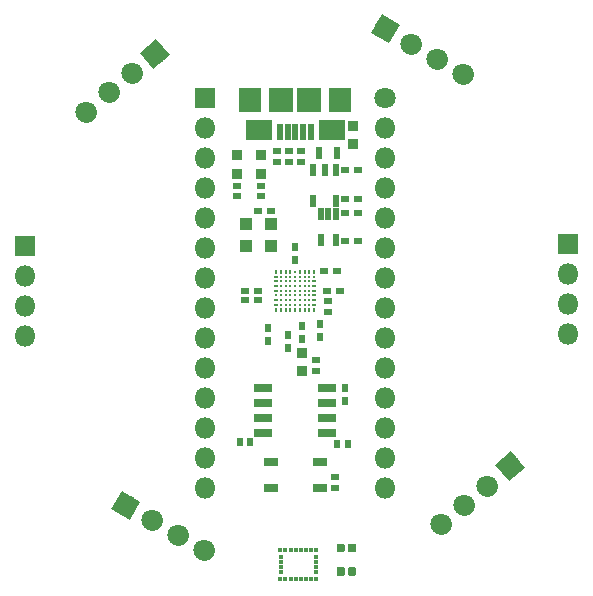
<source format=gbr>
G04 #@! TF.GenerationSoftware,KiCad,Pcbnew,5.1.0-060a0da~80~ubuntu18.04.1*
G04 #@! TF.CreationDate,2019-05-28T03:43:47+02:00*
G04 #@! TF.ProjectId,TinyFPGA-BX,54696e79-4650-4474-912d-42582e6b6963,rev?*
G04 #@! TF.SameCoordinates,Original*
G04 #@! TF.FileFunction,Soldermask,Top*
G04 #@! TF.FilePolarity,Negative*
%FSLAX46Y46*%
G04 Gerber Fmt 4.6, Leading zero omitted, Abs format (unit mm)*
G04 Created by KiCad (PCBNEW 5.1.0-060a0da~80~ubuntu18.04.1) date 2019-05-28 03:43:47*
%MOMM*%
%LPD*%
G04 APERTURE LIST*
%ADD10O,0.200000X0.435000*%
%ADD11O,0.200000X0.430000*%
%ADD12C,0.300000*%
%ADD13O,0.430000X0.200000*%
%ADD14O,0.435000X0.200000*%
%ADD15R,1.800000X1.800000*%
%ADD16O,1.800000X1.800000*%
%ADD17R,1.650000X0.700000*%
%ADD18R,0.700000X0.500000*%
%ADD19R,0.850000X0.900000*%
%ADD20R,0.600000X1.000000*%
%ADD21R,0.900000X0.900000*%
%ADD22R,0.500000X1.450000*%
%ADD23R,2.200000X1.700000*%
%ADD24R,1.900000X2.000000*%
%ADD25R,2.000000X2.000000*%
%ADD26R,1.000000X1.100000*%
%ADD27R,0.550000X1.050000*%
%ADD28R,0.500000X0.700000*%
%ADD29C,1.800000*%
%ADD30R,0.600000X0.700000*%
%ADD31R,0.700000X0.480000*%
%ADD32R,0.700000X0.600000*%
%ADD33R,1.150000X0.750000*%
%ADD34C,1.800000*%
%ADD35C,0.100000*%
%ADD36C,0.690000*%
%ADD37R,0.330000X0.450000*%
%ADD38R,0.450000X0.330000*%
G04 APERTURE END LIST*
D10*
X149530000Y-112514000D03*
D11*
X149930000Y-112514000D03*
D10*
X150330000Y-112514000D03*
X150730000Y-112514000D03*
D12*
X151130000Y-112514000D03*
D10*
X151530000Y-112514000D03*
X151930000Y-112514000D03*
X152330000Y-112514000D03*
X152730000Y-112514000D03*
D13*
X149530000Y-112914000D03*
D12*
X149930000Y-112914000D03*
X150330000Y-112914000D03*
X150730000Y-112914000D03*
X151130000Y-112914000D03*
X151530000Y-112914000D03*
X151930000Y-112914000D03*
X152330000Y-112914000D03*
X152730000Y-112914000D03*
D14*
X149530000Y-113314000D03*
D12*
X149930000Y-113314000D03*
X150330000Y-113314000D03*
X150730000Y-113314000D03*
X151130000Y-113314000D03*
X151530000Y-113314000D03*
X151930000Y-113314000D03*
X152330000Y-113314000D03*
D14*
X152730000Y-113314000D03*
X149530000Y-113714000D03*
D12*
X149930000Y-113714000D03*
X150330000Y-113714000D03*
X150730000Y-113714000D03*
X151130000Y-113714000D03*
X151530000Y-113714000D03*
X151930000Y-113714000D03*
X152330000Y-113714000D03*
D14*
X152730000Y-113714000D03*
X149530000Y-114114000D03*
D12*
X149930000Y-114114000D03*
X150330000Y-114114000D03*
X150730000Y-114114000D03*
X151130000Y-114114000D03*
X151530000Y-114114000D03*
X151930000Y-114114000D03*
X152330000Y-114114000D03*
D14*
X152730000Y-114114000D03*
D12*
X149530000Y-114514000D03*
X149930000Y-114514000D03*
X150330000Y-114514000D03*
X150730000Y-114514000D03*
X151130000Y-114514000D03*
X151530000Y-114514000D03*
X151930000Y-114514000D03*
X152330000Y-114514000D03*
D14*
X152730000Y-114514000D03*
X149530000Y-114914000D03*
D12*
X149930000Y-114914000D03*
X150330000Y-114914000D03*
X150730000Y-114914000D03*
X151130000Y-114914000D03*
X151530000Y-114914000D03*
X151930000Y-114914000D03*
X152330000Y-114914000D03*
D14*
X152730000Y-114914000D03*
D13*
X149530000Y-115314000D03*
D12*
X149930000Y-115314000D03*
X150330000Y-115314000D03*
X150730000Y-115314000D03*
X151130000Y-115314000D03*
X151530000Y-115314000D03*
X151930000Y-115314000D03*
X152330000Y-115314000D03*
D13*
X152730000Y-115314000D03*
D10*
X149530000Y-115714000D03*
D11*
X149930000Y-115714000D03*
D10*
X150330000Y-115714000D03*
X150730000Y-115714000D03*
X151130000Y-115714000D03*
X151530000Y-115714000D03*
X151930000Y-115714000D03*
D11*
X152330000Y-115714000D03*
D10*
X152730000Y-115714000D03*
D15*
X143516000Y-97799100D03*
D16*
X143516000Y-100339100D03*
X143516000Y-102879100D03*
X143516000Y-105419100D03*
X143516000Y-107959100D03*
X143516000Y-110499100D03*
X143516000Y-113039100D03*
X143516000Y-115579100D03*
X143516000Y-118119100D03*
X143516000Y-120659100D03*
X143516000Y-123199100D03*
X143516000Y-125739100D03*
X143516000Y-128279100D03*
X143516000Y-130819100D03*
D17*
X148436000Y-122353100D03*
X148436000Y-123623100D03*
X148436000Y-124893100D03*
X148436000Y-126163100D03*
X153836000Y-126163100D03*
X153836000Y-124893100D03*
X153836000Y-123623100D03*
X153836000Y-122353100D03*
D18*
X154536000Y-129923100D03*
X154536000Y-130823100D03*
D19*
X151736000Y-119373100D03*
X151736000Y-120873100D03*
X156036000Y-101673100D03*
X156036000Y-100173100D03*
D20*
X154636000Y-102423100D03*
X153136000Y-102423100D03*
D18*
X146183000Y-105223100D03*
X146183000Y-106123100D03*
X148215000Y-105223100D03*
X148215000Y-106123100D03*
D21*
X148215000Y-102587100D03*
X148215000Y-104187100D03*
X146183000Y-102587100D03*
X146183000Y-104187100D03*
D22*
X152436000Y-100648100D03*
X151786000Y-100648100D03*
X151136000Y-100648100D03*
X150486000Y-100648100D03*
X149836000Y-100648100D03*
D23*
X154236000Y-100523100D03*
X148036000Y-100523100D03*
D24*
X154936000Y-97973100D03*
X147336000Y-97973100D03*
D25*
X152336000Y-97973100D03*
X149936000Y-97973100D03*
D26*
X149086000Y-108423100D03*
X149086000Y-110323100D03*
X146986000Y-110323100D03*
X146986000Y-108423100D03*
D27*
X153636000Y-103873100D03*
X152686000Y-103873100D03*
X154586000Y-103873100D03*
X152686000Y-106473100D03*
X154586000Y-106473100D03*
D28*
X146450000Y-126954000D03*
X147350000Y-126954000D03*
D29*
X158756000Y-97799100D03*
D16*
X158756000Y-100339100D03*
X158756000Y-102879100D03*
X158756000Y-105419100D03*
X158756000Y-107959100D03*
X158756000Y-110499100D03*
X158756000Y-113039100D03*
X158756000Y-115579100D03*
X158756000Y-118119100D03*
X158756000Y-120659100D03*
X158756000Y-123199100D03*
X158756000Y-125739100D03*
X158756000Y-128279100D03*
X158756000Y-130819100D03*
D30*
X150555000Y-117864000D03*
X150555000Y-118964000D03*
D31*
X153930000Y-115914000D03*
X153930000Y-115014000D03*
D32*
X153830000Y-114164000D03*
X154930000Y-114164000D03*
D30*
X151130000Y-111514000D03*
X151130000Y-110414000D03*
D32*
X153555000Y-112439000D03*
X154655000Y-112439000D03*
X147986000Y-114923100D03*
X146886000Y-114923100D03*
X147986000Y-114123100D03*
X146886000Y-114123100D03*
X149069800Y-107349500D03*
X147969800Y-107349500D03*
D30*
X153255000Y-116964000D03*
X153255000Y-118064000D03*
X148836000Y-117273100D03*
X148836000Y-118373100D03*
X151736000Y-117123100D03*
X151736000Y-118223100D03*
D18*
X152936000Y-120873100D03*
X152936000Y-119973100D03*
D30*
X155336000Y-122373100D03*
X155336000Y-123473100D03*
D18*
X149636000Y-102273100D03*
X149636000Y-103173100D03*
X150636000Y-103173100D03*
X150636000Y-102273100D03*
X151636000Y-103173100D03*
X151636000Y-102273100D03*
D27*
X153936000Y-107623100D03*
X153286000Y-107623100D03*
X154586000Y-107623100D03*
X153286000Y-109823100D03*
X154586000Y-109823100D03*
D32*
X155386000Y-109923100D03*
X156486000Y-109923100D03*
X155386000Y-103923100D03*
X156486000Y-103923100D03*
X155386000Y-106323100D03*
X156486000Y-106323100D03*
X155386000Y-107523100D03*
X156486000Y-107523100D03*
D33*
X149061000Y-128648100D03*
X153211000Y-128648100D03*
X153211000Y-130798100D03*
X149061000Y-130798100D03*
D28*
X154690000Y-127064000D03*
X155590000Y-127064000D03*
D29*
X133402741Y-98952042D03*
D34*
X133402741Y-98952042D02*
X133402741Y-98952042D01*
D29*
X135348494Y-97319361D03*
D34*
X135348494Y-97319361D02*
X135348494Y-97319361D01*
D29*
X137294247Y-95686681D03*
D34*
X137294247Y-95686681D02*
X137294247Y-95686681D01*
D29*
X139240000Y-94054000D03*
D35*
G36*
X137972051Y-93943069D02*
G01*
X139350931Y-92786051D01*
X140507949Y-94164931D01*
X139129069Y-95321949D01*
X137972051Y-93943069D01*
X137972051Y-93943069D01*
G37*
D29*
X143400000Y-136104000D03*
D34*
X143400000Y-136104000D02*
X143400000Y-136104000D01*
D29*
X141200295Y-134834000D03*
D34*
X141200295Y-134834000D02*
X141200295Y-134834000D01*
D29*
X139000591Y-133564000D03*
D34*
X139000591Y-133564000D02*
X139000591Y-133564000D01*
D29*
X136800886Y-132294000D03*
D35*
G36*
X137130309Y-133523423D02*
G01*
X135571463Y-132623423D01*
X136471463Y-131064577D01*
X138030309Y-131964577D01*
X137130309Y-133523423D01*
X137130309Y-133523423D01*
G37*
D15*
X174270000Y-110164000D03*
D16*
X174270000Y-112704000D03*
X174270000Y-115244000D03*
X174270000Y-117784000D03*
X128240000Y-117904000D03*
X128240000Y-115364000D03*
X128240000Y-112824000D03*
D15*
X128240000Y-110284000D03*
D29*
X163492741Y-133872042D03*
D34*
X163492741Y-133872042D02*
X163492741Y-133872042D01*
D29*
X165438494Y-132239361D03*
D34*
X165438494Y-132239361D02*
X165438494Y-132239361D01*
D29*
X167384247Y-130606681D03*
D34*
X167384247Y-130606681D02*
X167384247Y-130606681D01*
D29*
X169330000Y-128974000D03*
D35*
G36*
X168062051Y-128863069D02*
G01*
X169440931Y-127706051D01*
X170597949Y-129084931D01*
X169219069Y-130241949D01*
X168062051Y-128863069D01*
X168062051Y-128863069D01*
G37*
D29*
X158780000Y-91924000D03*
D35*
G36*
X159109423Y-93153423D02*
G01*
X157550577Y-92253423D01*
X158450577Y-90694577D01*
X160009423Y-91594577D01*
X159109423Y-93153423D01*
X159109423Y-93153423D01*
G37*
D29*
X160979705Y-93194000D03*
D34*
X160979705Y-93194000D02*
X160979705Y-93194000D01*
D29*
X163179409Y-94464000D03*
D34*
X163179409Y-94464000D02*
X163179409Y-94464000D01*
D29*
X165379114Y-95734000D03*
D34*
X165379114Y-95734000D02*
X165379114Y-95734000D01*
D35*
G36*
X155169409Y-135519832D02*
G01*
X155186154Y-135522316D01*
X155202575Y-135526429D01*
X155218514Y-135532132D01*
X155233817Y-135539370D01*
X155248337Y-135548072D01*
X155261934Y-135558157D01*
X155274477Y-135569525D01*
X155285845Y-135582068D01*
X155295930Y-135595665D01*
X155304632Y-135610185D01*
X155311870Y-135625488D01*
X155317573Y-135641427D01*
X155321686Y-135657848D01*
X155324170Y-135674593D01*
X155325001Y-135691501D01*
X155325001Y-136086501D01*
X155324170Y-136103409D01*
X155321686Y-136120154D01*
X155317573Y-136136575D01*
X155311870Y-136152514D01*
X155304632Y-136167817D01*
X155295930Y-136182337D01*
X155285845Y-136195934D01*
X155274477Y-136208477D01*
X155261934Y-136219845D01*
X155248337Y-136229930D01*
X155233817Y-136238632D01*
X155218514Y-136245870D01*
X155202575Y-136251573D01*
X155186154Y-136255686D01*
X155169409Y-136258170D01*
X155152501Y-136259001D01*
X154807501Y-136259001D01*
X154790593Y-136258170D01*
X154773848Y-136255686D01*
X154757427Y-136251573D01*
X154741488Y-136245870D01*
X154726185Y-136238632D01*
X154711665Y-136229930D01*
X154698068Y-136219845D01*
X154685525Y-136208477D01*
X154674157Y-136195934D01*
X154664072Y-136182337D01*
X154655370Y-136167817D01*
X154648132Y-136152514D01*
X154642429Y-136136575D01*
X154638316Y-136120154D01*
X154635832Y-136103409D01*
X154635001Y-136086501D01*
X154635001Y-135691501D01*
X154635832Y-135674593D01*
X154638316Y-135657848D01*
X154642429Y-135641427D01*
X154648132Y-135625488D01*
X154655370Y-135610185D01*
X154664072Y-135595665D01*
X154674157Y-135582068D01*
X154685525Y-135569525D01*
X154698068Y-135558157D01*
X154711665Y-135548072D01*
X154726185Y-135539370D01*
X154741488Y-135532132D01*
X154757427Y-135526429D01*
X154773848Y-135522316D01*
X154790593Y-135519832D01*
X154807501Y-135519001D01*
X155152501Y-135519001D01*
X155169409Y-135519832D01*
X155169409Y-135519832D01*
G37*
D36*
X154980001Y-135889001D03*
D35*
G36*
X156139409Y-135519832D02*
G01*
X156156154Y-135522316D01*
X156172575Y-135526429D01*
X156188514Y-135532132D01*
X156203817Y-135539370D01*
X156218337Y-135548072D01*
X156231934Y-135558157D01*
X156244477Y-135569525D01*
X156255845Y-135582068D01*
X156265930Y-135595665D01*
X156274632Y-135610185D01*
X156281870Y-135625488D01*
X156287573Y-135641427D01*
X156291686Y-135657848D01*
X156294170Y-135674593D01*
X156295001Y-135691501D01*
X156295001Y-136086501D01*
X156294170Y-136103409D01*
X156291686Y-136120154D01*
X156287573Y-136136575D01*
X156281870Y-136152514D01*
X156274632Y-136167817D01*
X156265930Y-136182337D01*
X156255845Y-136195934D01*
X156244477Y-136208477D01*
X156231934Y-136219845D01*
X156218337Y-136229930D01*
X156203817Y-136238632D01*
X156188514Y-136245870D01*
X156172575Y-136251573D01*
X156156154Y-136255686D01*
X156139409Y-136258170D01*
X156122501Y-136259001D01*
X155777501Y-136259001D01*
X155760593Y-136258170D01*
X155743848Y-136255686D01*
X155727427Y-136251573D01*
X155711488Y-136245870D01*
X155696185Y-136238632D01*
X155681665Y-136229930D01*
X155668068Y-136219845D01*
X155655525Y-136208477D01*
X155644157Y-136195934D01*
X155634072Y-136182337D01*
X155625370Y-136167817D01*
X155618132Y-136152514D01*
X155612429Y-136136575D01*
X155608316Y-136120154D01*
X155605832Y-136103409D01*
X155605001Y-136086501D01*
X155605001Y-135691501D01*
X155605832Y-135674593D01*
X155608316Y-135657848D01*
X155612429Y-135641427D01*
X155618132Y-135625488D01*
X155625370Y-135610185D01*
X155634072Y-135595665D01*
X155644157Y-135582068D01*
X155655525Y-135569525D01*
X155668068Y-135558157D01*
X155681665Y-135548072D01*
X155696185Y-135539370D01*
X155711488Y-135532132D01*
X155727427Y-135526429D01*
X155743848Y-135522316D01*
X155760593Y-135519832D01*
X155777501Y-135519001D01*
X156122501Y-135519001D01*
X156139409Y-135519832D01*
X156139409Y-135519832D01*
G37*
D36*
X155950001Y-135889001D03*
D35*
G36*
X156139409Y-137509832D02*
G01*
X156156154Y-137512316D01*
X156172575Y-137516429D01*
X156188514Y-137522132D01*
X156203817Y-137529370D01*
X156218337Y-137538072D01*
X156231934Y-137548157D01*
X156244477Y-137559525D01*
X156255845Y-137572068D01*
X156265930Y-137585665D01*
X156274632Y-137600185D01*
X156281870Y-137615488D01*
X156287573Y-137631427D01*
X156291686Y-137647848D01*
X156294170Y-137664593D01*
X156295001Y-137681501D01*
X156295001Y-138076501D01*
X156294170Y-138093409D01*
X156291686Y-138110154D01*
X156287573Y-138126575D01*
X156281870Y-138142514D01*
X156274632Y-138157817D01*
X156265930Y-138172337D01*
X156255845Y-138185934D01*
X156244477Y-138198477D01*
X156231934Y-138209845D01*
X156218337Y-138219930D01*
X156203817Y-138228632D01*
X156188514Y-138235870D01*
X156172575Y-138241573D01*
X156156154Y-138245686D01*
X156139409Y-138248170D01*
X156122501Y-138249001D01*
X155777501Y-138249001D01*
X155760593Y-138248170D01*
X155743848Y-138245686D01*
X155727427Y-138241573D01*
X155711488Y-138235870D01*
X155696185Y-138228632D01*
X155681665Y-138219930D01*
X155668068Y-138209845D01*
X155655525Y-138198477D01*
X155644157Y-138185934D01*
X155634072Y-138172337D01*
X155625370Y-138157817D01*
X155618132Y-138142514D01*
X155612429Y-138126575D01*
X155608316Y-138110154D01*
X155605832Y-138093409D01*
X155605001Y-138076501D01*
X155605001Y-137681501D01*
X155605832Y-137664593D01*
X155608316Y-137647848D01*
X155612429Y-137631427D01*
X155618132Y-137615488D01*
X155625370Y-137600185D01*
X155634072Y-137585665D01*
X155644157Y-137572068D01*
X155655525Y-137559525D01*
X155668068Y-137548157D01*
X155681665Y-137538072D01*
X155696185Y-137529370D01*
X155711488Y-137522132D01*
X155727427Y-137516429D01*
X155743848Y-137512316D01*
X155760593Y-137509832D01*
X155777501Y-137509001D01*
X156122501Y-137509001D01*
X156139409Y-137509832D01*
X156139409Y-137509832D01*
G37*
D36*
X155950001Y-137879001D03*
D35*
G36*
X155169409Y-137509832D02*
G01*
X155186154Y-137512316D01*
X155202575Y-137516429D01*
X155218514Y-137522132D01*
X155233817Y-137529370D01*
X155248337Y-137538072D01*
X155261934Y-137548157D01*
X155274477Y-137559525D01*
X155285845Y-137572068D01*
X155295930Y-137585665D01*
X155304632Y-137600185D01*
X155311870Y-137615488D01*
X155317573Y-137631427D01*
X155321686Y-137647848D01*
X155324170Y-137664593D01*
X155325001Y-137681501D01*
X155325001Y-138076501D01*
X155324170Y-138093409D01*
X155321686Y-138110154D01*
X155317573Y-138126575D01*
X155311870Y-138142514D01*
X155304632Y-138157817D01*
X155295930Y-138172337D01*
X155285845Y-138185934D01*
X155274477Y-138198477D01*
X155261934Y-138209845D01*
X155248337Y-138219930D01*
X155233817Y-138228632D01*
X155218514Y-138235870D01*
X155202575Y-138241573D01*
X155186154Y-138245686D01*
X155169409Y-138248170D01*
X155152501Y-138249001D01*
X154807501Y-138249001D01*
X154790593Y-138248170D01*
X154773848Y-138245686D01*
X154757427Y-138241573D01*
X154741488Y-138235870D01*
X154726185Y-138228632D01*
X154711665Y-138219930D01*
X154698068Y-138209845D01*
X154685525Y-138198477D01*
X154674157Y-138185934D01*
X154664072Y-138172337D01*
X154655370Y-138157817D01*
X154648132Y-138142514D01*
X154642429Y-138126575D01*
X154638316Y-138110154D01*
X154635832Y-138093409D01*
X154635001Y-138076501D01*
X154635001Y-137681501D01*
X154635832Y-137664593D01*
X154638316Y-137647848D01*
X154642429Y-137631427D01*
X154648132Y-137615488D01*
X154655370Y-137600185D01*
X154664072Y-137585665D01*
X154674157Y-137572068D01*
X154685525Y-137559525D01*
X154698068Y-137548157D01*
X154711665Y-137538072D01*
X154726185Y-137529370D01*
X154741488Y-137522132D01*
X154757427Y-137516429D01*
X154773848Y-137512316D01*
X154790593Y-137509832D01*
X154807501Y-137509001D01*
X155152501Y-137509001D01*
X155169409Y-137509832D01*
X155169409Y-137509832D01*
G37*
D36*
X154980001Y-137879001D03*
D37*
X149885001Y-136079001D03*
D38*
X149915001Y-136659001D03*
X152865001Y-136659001D03*
X149915001Y-137089001D03*
X152865001Y-137089001D03*
X149915001Y-137519001D03*
X152865001Y-137519001D03*
X149915001Y-137949001D03*
X152865001Y-137949001D03*
D37*
X150315001Y-136079001D03*
X150745001Y-136079001D03*
X151175001Y-136079001D03*
X151605001Y-136079001D03*
X152035001Y-136079001D03*
X152465001Y-136079001D03*
X152895001Y-136079001D03*
X149885001Y-138529001D03*
X150315001Y-138529001D03*
X150745001Y-138529001D03*
X151175001Y-138529001D03*
X151605001Y-138529001D03*
X152035001Y-138529001D03*
X152465001Y-138529001D03*
X152895001Y-138529001D03*
M02*

</source>
